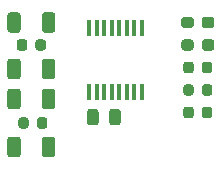
<source format=gtp>
G04 #@! TF.GenerationSoftware,KiCad,Pcbnew,(5.1.9-0-10_14)*
G04 #@! TF.CreationDate,2021-04-22T16:17:37+10:00*
G04 #@! TF.ProjectId,VR-Conditioner-MAX9926+reg,56522d43-6f6e-4646-9974-696f6e65722d,3.6*
G04 #@! TF.SameCoordinates,PX68c4118PY713e7a8*
G04 #@! TF.FileFunction,Paste,Top*
G04 #@! TF.FilePolarity,Positive*
%FSLAX46Y46*%
G04 Gerber Fmt 4.6, Leading zero omitted, Abs format (unit mm)*
G04 Created by KiCad (PCBNEW (5.1.9-0-10_14)) date 2021-04-22 16:17:37*
%MOMM*%
%LPD*%
G01*
G04 APERTURE LIST*
%ADD10R,0.354800X1.454899*%
G04 APERTURE END LIST*
G04 #@! TO.C,C20*
G36*
G01*
X2825000Y6352250D02*
X2825000Y5839750D01*
G75*
G02*
X2606250Y5621000I-218750J0D01*
G01*
X2168750Y5621000D01*
G75*
G02*
X1950000Y5839750I0J218750D01*
G01*
X1950000Y6352250D01*
G75*
G02*
X2168750Y6571000I218750J0D01*
G01*
X2606250Y6571000D01*
G75*
G02*
X2825000Y6352250I0J-218750D01*
G01*
G37*
G36*
G01*
X4400000Y6352250D02*
X4400000Y5839750D01*
G75*
G02*
X4181250Y5621000I-218750J0D01*
G01*
X3743750Y5621000D01*
G75*
G02*
X3525000Y5839750I0J218750D01*
G01*
X3525000Y6352250D01*
G75*
G02*
X3743750Y6571000I218750J0D01*
G01*
X4181250Y6571000D01*
G75*
G02*
X4400000Y6352250I0J-218750D01*
G01*
G37*
G04 #@! TD*
G04 #@! TO.C,C10*
G36*
G01*
X2698000Y12956250D02*
X2698000Y12443750D01*
G75*
G02*
X2479250Y12225000I-218750J0D01*
G01*
X2041750Y12225000D01*
G75*
G02*
X1823000Y12443750I0J218750D01*
G01*
X1823000Y12956250D01*
G75*
G02*
X2041750Y13175000I218750J0D01*
G01*
X2479250Y13175000D01*
G75*
G02*
X2698000Y12956250I0J-218750D01*
G01*
G37*
G36*
G01*
X4273000Y12956250D02*
X4273000Y12443750D01*
G75*
G02*
X4054250Y12225000I-218750J0D01*
G01*
X3616750Y12225000D01*
G75*
G02*
X3398000Y12443750I0J218750D01*
G01*
X3398000Y12956250D01*
G75*
G02*
X3616750Y13175000I218750J0D01*
G01*
X4054250Y13175000D01*
G75*
G02*
X4273000Y12956250I0J-218750D01*
G01*
G37*
G04 #@! TD*
G04 #@! TO.C,C4*
G36*
G01*
X9642500Y6138750D02*
X9642500Y7051250D01*
G75*
G02*
X9886250Y7295000I243750J0D01*
G01*
X10373750Y7295000D01*
G75*
G02*
X10617500Y7051250I0J-243750D01*
G01*
X10617500Y6138750D01*
G75*
G02*
X10373750Y5895000I-243750J0D01*
G01*
X9886250Y5895000D01*
G75*
G02*
X9642500Y6138750I0J243750D01*
G01*
G37*
G36*
G01*
X7767500Y6138750D02*
X7767500Y7051250D01*
G75*
G02*
X8011250Y7295000I243750J0D01*
G01*
X8498750Y7295000D01*
G75*
G02*
X8742500Y7051250I0J-243750D01*
G01*
X8742500Y6138750D01*
G75*
G02*
X8498750Y5895000I-243750J0D01*
G01*
X8011250Y5895000D01*
G75*
G02*
X7767500Y6138750I0J243750D01*
G01*
G37*
G04 #@! TD*
G04 #@! TO.C,C3*
G36*
G01*
X16795000Y11051250D02*
X16795000Y10538750D01*
G75*
G02*
X16576250Y10320000I-218750J0D01*
G01*
X16138750Y10320000D01*
G75*
G02*
X15920000Y10538750I0J218750D01*
G01*
X15920000Y11051250D01*
G75*
G02*
X16138750Y11270000I218750J0D01*
G01*
X16576250Y11270000D01*
G75*
G02*
X16795000Y11051250I0J-218750D01*
G01*
G37*
G36*
G01*
X18370000Y11051250D02*
X18370000Y10538750D01*
G75*
G02*
X18151250Y10320000I-218750J0D01*
G01*
X17713750Y10320000D01*
G75*
G02*
X17495000Y10538750I0J218750D01*
G01*
X17495000Y11051250D01*
G75*
G02*
X17713750Y11270000I218750J0D01*
G01*
X18151250Y11270000D01*
G75*
G02*
X18370000Y11051250I0J-218750D01*
G01*
G37*
G04 #@! TD*
G04 #@! TO.C,C2*
G36*
G01*
X16795000Y9146250D02*
X16795000Y8633750D01*
G75*
G02*
X16576250Y8415000I-218750J0D01*
G01*
X16138750Y8415000D01*
G75*
G02*
X15920000Y8633750I0J218750D01*
G01*
X15920000Y9146250D01*
G75*
G02*
X16138750Y9365000I218750J0D01*
G01*
X16576250Y9365000D01*
G75*
G02*
X16795000Y9146250I0J-218750D01*
G01*
G37*
G36*
G01*
X18370000Y9146250D02*
X18370000Y8633750D01*
G75*
G02*
X18151250Y8415000I-218750J0D01*
G01*
X17713750Y8415000D01*
G75*
G02*
X17495000Y8633750I0J218750D01*
G01*
X17495000Y9146250D01*
G75*
G02*
X17713750Y9365000I218750J0D01*
G01*
X18151250Y9365000D01*
G75*
G02*
X18370000Y9146250I0J-218750D01*
G01*
G37*
G04 #@! TD*
G04 #@! TO.C,C1*
G36*
G01*
X16795000Y7241250D02*
X16795000Y6728750D01*
G75*
G02*
X16576250Y6510000I-218750J0D01*
G01*
X16138750Y6510000D01*
G75*
G02*
X15920000Y6728750I0J218750D01*
G01*
X15920000Y7241250D01*
G75*
G02*
X16138750Y7460000I218750J0D01*
G01*
X16576250Y7460000D01*
G75*
G02*
X16795000Y7241250I0J-218750D01*
G01*
G37*
G36*
G01*
X18370000Y7241250D02*
X18370000Y6728750D01*
G75*
G02*
X18151250Y6510000I-218750J0D01*
G01*
X17713750Y6510000D01*
G75*
G02*
X17495000Y6728750I0J218750D01*
G01*
X17495000Y7241250D01*
G75*
G02*
X17713750Y7460000I218750J0D01*
G01*
X18151250Y7460000D01*
G75*
G02*
X18370000Y7241250I0J-218750D01*
G01*
G37*
G04 #@! TD*
D10*
G04 #@! TO.C,U1*
X12382500Y8708652D03*
X11747500Y8708652D03*
X11112500Y8708652D03*
X10477500Y8708652D03*
X9842500Y8708652D03*
X9207500Y8708652D03*
X8572500Y8708652D03*
X7937500Y8708652D03*
X7937500Y14151348D03*
X8572500Y14151348D03*
X9207500Y14151348D03*
X9842500Y14151348D03*
X10477500Y14151348D03*
X11112500Y14151348D03*
X11747500Y14151348D03*
X12382500Y14151348D03*
G04 #@! TD*
G04 #@! TO.C,R20*
G36*
G01*
X16795000Y12937500D02*
X16795000Y12462500D01*
G75*
G02*
X16557500Y12225000I-237500J0D01*
G01*
X15982500Y12225000D01*
G75*
G02*
X15745000Y12462500I0J237500D01*
G01*
X15745000Y12937500D01*
G75*
G02*
X15982500Y13175000I237500J0D01*
G01*
X16557500Y13175000D01*
G75*
G02*
X16795000Y12937500I0J-237500D01*
G01*
G37*
G36*
G01*
X18545000Y12937500D02*
X18545000Y12462500D01*
G75*
G02*
X18307500Y12225000I-237500J0D01*
G01*
X17732500Y12225000D01*
G75*
G02*
X17495000Y12462500I0J237500D01*
G01*
X17495000Y12937500D01*
G75*
G02*
X17732500Y13175000I237500J0D01*
G01*
X18307500Y13175000D01*
G75*
G02*
X18545000Y12937500I0J-237500D01*
G01*
G37*
G04 #@! TD*
G04 #@! TO.C,R10*
G36*
G01*
X16795000Y14842500D02*
X16795000Y14367500D01*
G75*
G02*
X16557500Y14130000I-237500J0D01*
G01*
X15982500Y14130000D01*
G75*
G02*
X15745000Y14367500I0J237500D01*
G01*
X15745000Y14842500D01*
G75*
G02*
X15982500Y15080000I237500J0D01*
G01*
X16557500Y15080000D01*
G75*
G02*
X16795000Y14842500I0J-237500D01*
G01*
G37*
G36*
G01*
X18545000Y14842500D02*
X18545000Y14367500D01*
G75*
G02*
X18307500Y14130000I-237500J0D01*
G01*
X17732500Y14130000D01*
G75*
G02*
X17495000Y14367500I0J237500D01*
G01*
X17495000Y14842500D01*
G75*
G02*
X17732500Y15080000I237500J0D01*
G01*
X18307500Y15080000D01*
G75*
G02*
X18545000Y14842500I0J-237500D01*
G01*
G37*
G04 #@! TD*
G04 #@! TO.C,R1*
G36*
G01*
X2148000Y11293001D02*
X2148000Y10042999D01*
G75*
G02*
X1898001Y9793000I-249999J0D01*
G01*
X1272999Y9793000D01*
G75*
G02*
X1023000Y10042999I0J249999D01*
G01*
X1023000Y11293001D01*
G75*
G02*
X1272999Y11543000I249999J0D01*
G01*
X1898001Y11543000D01*
G75*
G02*
X2148000Y11293001I0J-249999D01*
G01*
G37*
G36*
G01*
X5073000Y11293001D02*
X5073000Y10042999D01*
G75*
G02*
X4823001Y9793000I-249999J0D01*
G01*
X4197999Y9793000D01*
G75*
G02*
X3948000Y10042999I0J249999D01*
G01*
X3948000Y11293001D01*
G75*
G02*
X4197999Y11543000I249999J0D01*
G01*
X4823001Y11543000D01*
G75*
G02*
X5073000Y11293001I0J-249999D01*
G01*
G37*
G04 #@! TD*
G04 #@! TO.C,R2*
G36*
G01*
X5073000Y4689001D02*
X5073000Y3438999D01*
G75*
G02*
X4823001Y3189000I-249999J0D01*
G01*
X4197999Y3189000D01*
G75*
G02*
X3948000Y3438999I0J249999D01*
G01*
X3948000Y4689001D01*
G75*
G02*
X4197999Y4939000I249999J0D01*
G01*
X4823001Y4939000D01*
G75*
G02*
X5073000Y4689001I0J-249999D01*
G01*
G37*
G36*
G01*
X2148000Y4689001D02*
X2148000Y3438999D01*
G75*
G02*
X1898001Y3189000I-249999J0D01*
G01*
X1272999Y3189000D01*
G75*
G02*
X1023000Y3438999I0J249999D01*
G01*
X1023000Y4689001D01*
G75*
G02*
X1272999Y4939000I249999J0D01*
G01*
X1898001Y4939000D01*
G75*
G02*
X2148000Y4689001I0J-249999D01*
G01*
G37*
G04 #@! TD*
G04 #@! TO.C,R3*
G36*
G01*
X2148000Y8753001D02*
X2148000Y7502999D01*
G75*
G02*
X1898001Y7253000I-249999J0D01*
G01*
X1272999Y7253000D01*
G75*
G02*
X1023000Y7502999I0J249999D01*
G01*
X1023000Y8753001D01*
G75*
G02*
X1272999Y9003000I249999J0D01*
G01*
X1898001Y9003000D01*
G75*
G02*
X2148000Y8753001I0J-249999D01*
G01*
G37*
G36*
G01*
X5073000Y8753001D02*
X5073000Y7502999D01*
G75*
G02*
X4823001Y7253000I-249999J0D01*
G01*
X4197999Y7253000D01*
G75*
G02*
X3948000Y7502999I0J249999D01*
G01*
X3948000Y8753001D01*
G75*
G02*
X4197999Y9003000I249999J0D01*
G01*
X4823001Y9003000D01*
G75*
G02*
X5073000Y8753001I0J-249999D01*
G01*
G37*
G04 #@! TD*
G04 #@! TO.C,R12*
G36*
G01*
X5073000Y15230001D02*
X5073000Y13979999D01*
G75*
G02*
X4823001Y13730000I-249999J0D01*
G01*
X4197999Y13730000D01*
G75*
G02*
X3948000Y13979999I0J249999D01*
G01*
X3948000Y15230001D01*
G75*
G02*
X4197999Y15480000I249999J0D01*
G01*
X4823001Y15480000D01*
G75*
G02*
X5073000Y15230001I0J-249999D01*
G01*
G37*
G36*
G01*
X2148000Y15230001D02*
X2148000Y13979999D01*
G75*
G02*
X1898001Y13730000I-249999J0D01*
G01*
X1272999Y13730000D01*
G75*
G02*
X1023000Y13979999I0J249999D01*
G01*
X1023000Y15230001D01*
G75*
G02*
X1272999Y15480000I249999J0D01*
G01*
X1898001Y15480000D01*
G75*
G02*
X2148000Y15230001I0J-249999D01*
G01*
G37*
G04 #@! TD*
M02*

</source>
